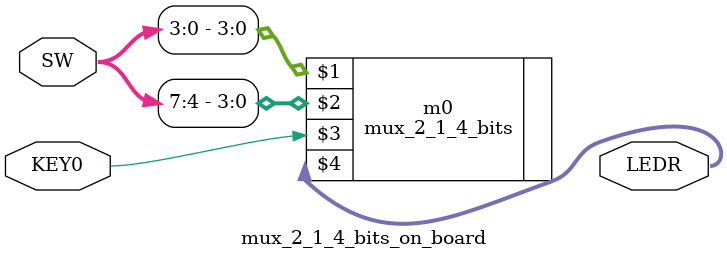
<source format=v>
module mux_2_1_4_bits_on_board(
	input [7:0]SW,
	input KEY0,
	output [3:0]LEDR);
	
	mux_2_1_4_bits m0(SW[3:0], SW[7:4], KEY0, LEDR);
	
endmodule
</source>
